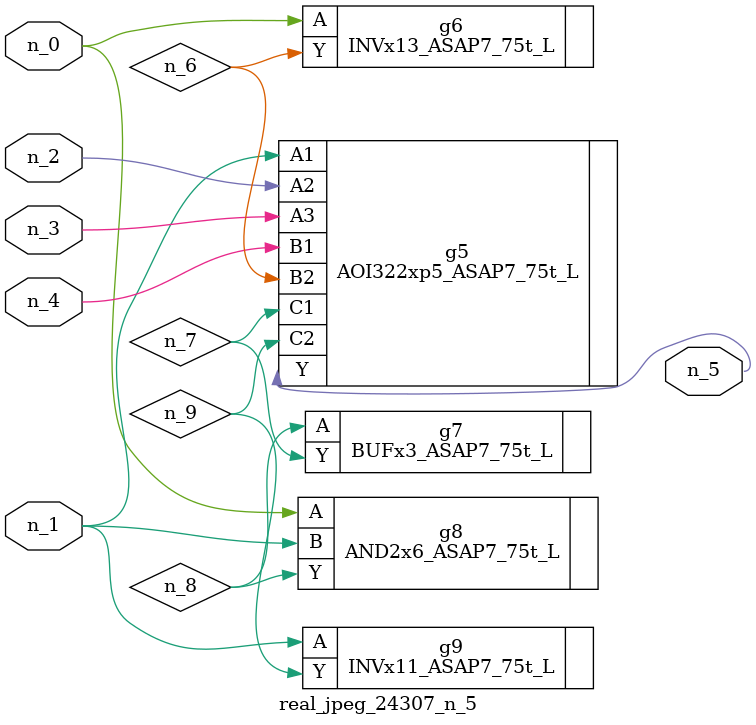
<source format=v>
module real_jpeg_24307_n_5 (n_4, n_0, n_1, n_2, n_3, n_5);

input n_4;
input n_0;
input n_1;
input n_2;
input n_3;

output n_5;

wire n_8;
wire n_6;
wire n_7;
wire n_9;

INVx13_ASAP7_75t_L g6 ( 
.A(n_0),
.Y(n_6)
);

AND2x6_ASAP7_75t_L g8 ( 
.A(n_0),
.B(n_1),
.Y(n_8)
);

AOI322xp5_ASAP7_75t_L g5 ( 
.A1(n_1),
.A2(n_2),
.A3(n_3),
.B1(n_4),
.B2(n_6),
.C1(n_7),
.C2(n_9),
.Y(n_5)
);

INVx11_ASAP7_75t_L g9 ( 
.A(n_1),
.Y(n_9)
);

BUFx3_ASAP7_75t_L g7 ( 
.A(n_8),
.Y(n_7)
);


endmodule
</source>
